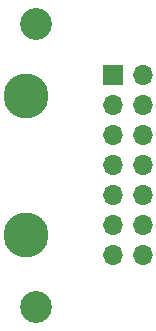
<source format=gbs>
G04 #@! TF.GenerationSoftware,KiCad,Pcbnew,7.0.0-da2b9df05c~163~ubuntu22.04.1*
G04 #@! TF.CreationDate,2023-03-12T19:04:27+00:00*
G04 #@! TF.ProjectId,simpleadapter14m,73696d70-6c65-4616-9461-707465723134,rev?*
G04 #@! TF.SameCoordinates,Original*
G04 #@! TF.FileFunction,Soldermask,Bot*
G04 #@! TF.FilePolarity,Negative*
%FSLAX46Y46*%
G04 Gerber Fmt 4.6, Leading zero omitted, Abs format (unit mm)*
G04 Created by KiCad (PCBNEW 7.0.0-da2b9df05c~163~ubuntu22.04.1) date 2023-03-12 19:04:27*
%MOMM*%
%LPD*%
G01*
G04 APERTURE LIST*
%ADD10C,0.001000*%
%ADD11C,3.800000*%
%ADD12C,2.700000*%
%ADD13R,1.700000X1.700000*%
%ADD14O,1.700000X1.700000*%
G04 APERTURE END LIST*
D10*
X149177000Y-92350000D03*
X149177000Y-96850000D03*
D11*
X149177000Y-88750000D03*
X149177000Y-100450000D03*
D12*
X150000000Y-106600000D03*
X150000000Y-82600000D03*
D13*
X156499999Y-86979999D03*
D14*
X159039999Y-86979999D03*
X156499999Y-89519999D03*
X159039999Y-89519999D03*
X156499999Y-92059999D03*
X159039999Y-92059999D03*
X156499999Y-94599999D03*
X159039999Y-94599999D03*
X156499999Y-97139999D03*
X159039999Y-97139999D03*
X156499999Y-99679999D03*
X159039999Y-99679999D03*
X156499999Y-102219999D03*
X159039999Y-102219999D03*
M02*

</source>
